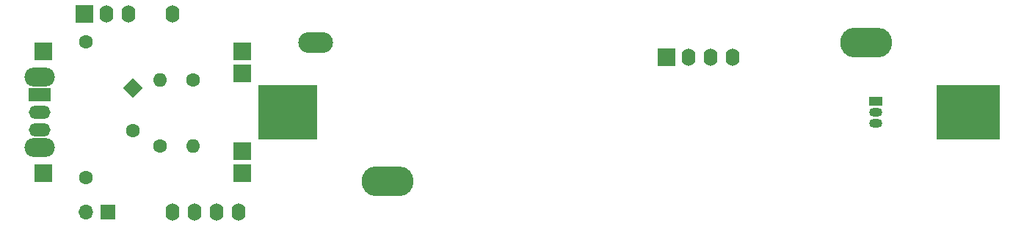
<source format=gbr>
%TF.GenerationSoftware,KiCad,Pcbnew,8.0.1*%
%TF.CreationDate,2024-06-06T13:27:34-04:00*%
%TF.ProjectId,PillPCB,50696c6c-5043-4422-9e6b-696361645f70,rev?*%
%TF.SameCoordinates,Original*%
%TF.FileFunction,Soldermask,Top*%
%TF.FilePolarity,Negative*%
%FSLAX46Y46*%
G04 Gerber Fmt 4.6, Leading zero omitted, Abs format (unit mm)*
G04 Created by KiCad (PCBNEW 8.0.1) date 2024-06-06 13:27:34*
%MOMM*%
%LPD*%
G01*
G04 APERTURE LIST*
G04 Aperture macros list*
%AMHorizOval*
0 Thick line with rounded ends*
0 $1 width*
0 $2 $3 position (X,Y) of the first rounded end (center of the circle)*
0 $4 $5 position (X,Y) of the second rounded end (center of the circle)*
0 Add line between two ends*
20,1,$1,$2,$3,$4,$5,0*
0 Add two circle primitives to create the rounded ends*
1,1,$1,$2,$3*
1,1,$1,$4,$5*%
%AMRotRect*
0 Rectangle, with rotation*
0 The origin of the aperture is its center*
0 $1 length*
0 $2 width*
0 $3 Rotation angle, in degrees counterclockwise*
0 Add horizontal line*
21,1,$1,$2,0,0,$3*%
G04 Aperture macros list end*
%ADD10O,4.000000X2.390000*%
%ADD11O,6.000000X3.450000*%
%ADD12R,6.885000X6.350000*%
%ADD13R,7.340000X6.350000*%
%ADD14R,1.700000X1.700000*%
%ADD15O,1.700000X1.700000*%
%ADD16O,3.500000X2.200000*%
%ADD17R,2.500000X1.500000*%
%ADD18O,2.500000X1.500000*%
%ADD19C,1.600000*%
%ADD20O,1.600000X1.600000*%
%ADD21HorizOval,1.600000X0.000000X0.000000X0.000000X0.000000X0*%
%ADD22R,2.000000X2.000000*%
%ADD23RotRect,1.600000X1.600000X135.000000*%
%ADD24HorizOval,1.600000X0.000000X0.000000X0.000000X0.000000X0*%
%ADD25R,1.500000X1.050000*%
%ADD26O,1.500000X1.050000*%
%ADD27O,1.600000X2.000000*%
G04 APERTURE END LIST*
D10*
%TO.C,BAT1*%
X89070000Y-86615000D03*
D11*
X97400000Y-102615000D03*
X152600000Y-86615000D03*
D12*
X85897500Y-94615000D03*
D13*
X164330000Y-94615000D03*
%TD*%
D14*
%TO.C,J1*%
X65151000Y-106172000D03*
D15*
X62611000Y-106172000D03*
%TD*%
D16*
%TO.C,SW1*%
X57245000Y-90515000D03*
X57245000Y-98715000D03*
D17*
X57245000Y-92615000D03*
D18*
X57245000Y-94615000D03*
X57245000Y-96615000D03*
%TD*%
D19*
%TO.C,R3*%
X74930000Y-90900000D03*
D20*
X74930000Y-98520000D03*
%TD*%
D19*
%TO.C,R2*%
X71120000Y-98500000D03*
D20*
X71120000Y-90880000D03*
%TD*%
D19*
%TO.C,R1*%
X62613371Y-102162154D03*
D21*
X68001525Y-96774000D03*
%TD*%
D22*
%TO.C,U2*%
X57645000Y-87630000D03*
X57645000Y-101630000D03*
X80645000Y-87630000D03*
X80645000Y-101630000D03*
X80645000Y-90170000D03*
X80645000Y-99090000D03*
%TD*%
D23*
%TO.C,D1*%
X67972077Y-91848077D03*
D24*
X62583923Y-86459923D03*
%TD*%
D25*
%TO.C,U4*%
X153670000Y-93350000D03*
D26*
X153670000Y-94620000D03*
X153670000Y-95890000D03*
%TD*%
D22*
%TO.C,U1*%
X62420000Y-83260000D03*
D27*
X64960000Y-83260000D03*
X67500000Y-83260000D03*
X72580000Y-83260000D03*
X80200000Y-106120000D03*
X77660000Y-106120000D03*
X75120000Y-106120000D03*
X72580000Y-106120000D03*
%TD*%
D22*
%TO.C,U3*%
X129540000Y-88265000D03*
D27*
X132080000Y-88265000D03*
X134620000Y-88265000D03*
X137160000Y-88265000D03*
%TD*%
M02*

</source>
